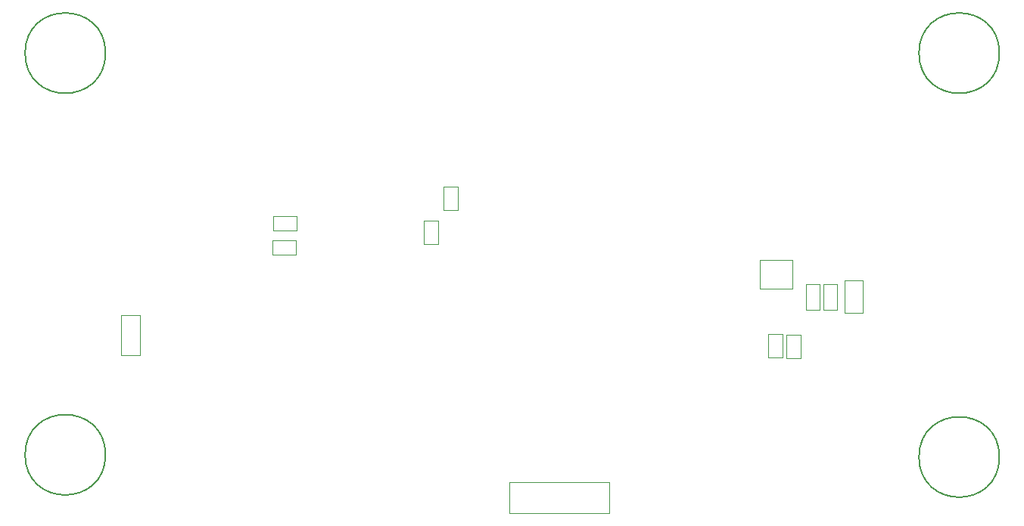
<source format=gbr>
G04 #@! TF.FileFunction,Other,User*
%FSLAX46Y46*%
G04 Gerber Fmt 4.6, Leading zero omitted, Abs format (unit mm)*
G04 Created by KiCad (PCBNEW 4.0.7-e2-6376~61~ubuntu18.04.1) date Tue Jul 31 18:43:04 2018*
%MOMM*%
%LPD*%
G01*
G04 APERTURE LIST*
%ADD10C,0.100000*%
%ADD11C,0.050000*%
%ADD12C,0.150000*%
G04 APERTURE END LIST*
D10*
D11*
X140200000Y-81100000D02*
X140200000Y-77500000D01*
X142200000Y-81100000D02*
X142200000Y-77500000D01*
X140200000Y-81100000D02*
X142200000Y-81100000D01*
X140200000Y-77500000D02*
X142200000Y-77500000D01*
X137850000Y-80800000D02*
X137850000Y-77900000D01*
X139350000Y-80800000D02*
X139350000Y-77900000D01*
X137850000Y-80800000D02*
X139350000Y-80800000D01*
X137850000Y-77900000D02*
X139350000Y-77900000D01*
X135850000Y-80800000D02*
X135850000Y-77900000D01*
X137350000Y-80800000D02*
X137350000Y-77900000D01*
X135850000Y-80800000D02*
X137350000Y-80800000D01*
X135850000Y-77900000D02*
X137350000Y-77900000D01*
D12*
X157500000Y-52000000D02*
G75*
G03X157500000Y-52000000I-4500000J0D01*
G01*
X57500000Y-52000000D02*
G75*
G03X57500000Y-52000000I-4500000J0D01*
G01*
X57500000Y-97000000D02*
G75*
G03X57500000Y-97000000I-4500000J0D01*
G01*
X157500000Y-97250000D02*
G75*
G03X157500000Y-97250000I-4500000J0D01*
G01*
D11*
X78800000Y-74600000D02*
X76200000Y-74600000D01*
X78800000Y-73000000D02*
X76200000Y-73000000D01*
X78800000Y-74600000D02*
X78800000Y-73000000D01*
X76200000Y-74600000D02*
X76200000Y-73000000D01*
X78850000Y-71900000D02*
X76250000Y-71900000D01*
X78850000Y-70300000D02*
X76250000Y-70300000D01*
X78850000Y-71900000D02*
X78850000Y-70300000D01*
X76250000Y-71900000D02*
X76250000Y-70300000D01*
X94700000Y-70800000D02*
X94700000Y-73400000D01*
X93100000Y-70800000D02*
X93100000Y-73400000D01*
X94700000Y-70800000D02*
X93100000Y-70800000D01*
X94700000Y-73400000D02*
X93100000Y-73400000D01*
X133200000Y-83500000D02*
X133200000Y-86100000D01*
X131600000Y-83500000D02*
X131600000Y-86100000D01*
X133200000Y-83500000D02*
X131600000Y-83500000D01*
X133200000Y-86100000D02*
X131600000Y-86100000D01*
X133700000Y-86150000D02*
X133700000Y-83550000D01*
X135300000Y-86150000D02*
X135300000Y-83550000D01*
X133700000Y-86150000D02*
X135300000Y-86150000D01*
X133700000Y-83550000D02*
X135300000Y-83550000D01*
X95300000Y-69550000D02*
X95300000Y-66950000D01*
X96900000Y-69550000D02*
X96900000Y-66950000D01*
X95300000Y-69550000D02*
X96900000Y-69550000D01*
X95300000Y-66950000D02*
X96900000Y-66950000D01*
X130700000Y-75200000D02*
X134300000Y-75200000D01*
X134300000Y-75200000D02*
X134300000Y-78400000D01*
X134300000Y-78400000D02*
X130700000Y-78400000D01*
X130700000Y-78400000D02*
X130700000Y-75200000D01*
X113850000Y-100050000D02*
X102700000Y-100050000D01*
X113850000Y-103550000D02*
X102700000Y-103550000D01*
X113850000Y-100050000D02*
X113850000Y-103550000D01*
X102700000Y-100050000D02*
X102700000Y-103550000D01*
X61350000Y-81385000D02*
X61350000Y-85885000D01*
X61350000Y-85885000D02*
X59250000Y-85885000D01*
X59250000Y-85885000D02*
X59250000Y-81385000D01*
X61350000Y-81385000D02*
X59250000Y-81385000D01*
M02*

</source>
